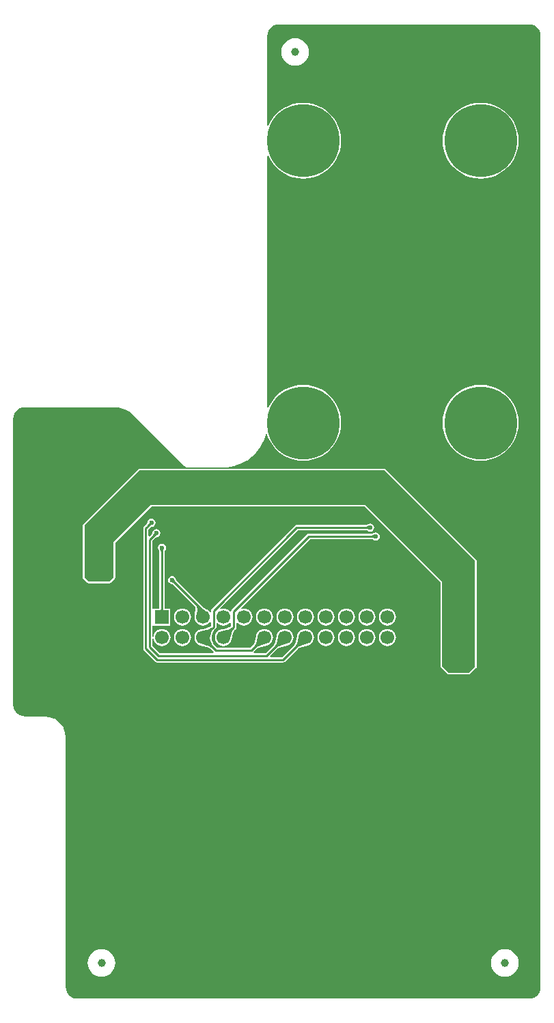
<source format=gbl>
G04 Layer_Physical_Order=2*
G04 Layer_Color=16711680*
%FSLAX44Y44*%
%MOMM*%
G71*
G01*
G75*
%ADD18C,1.0000*%
%ADD19C,0.2500*%
%ADD24C,1.7000*%
%ADD25R,1.7000X1.7000*%
%ADD26C,0.6000*%
%ADD27R,0.8000X2.0000*%
%ADD28R,1.0000X1.7000*%
%ADD29C,9.0000*%
G36*
X583195Y1213997D02*
X586229Y1212935D01*
X588951Y1211225D01*
X591224Y1208951D01*
X592935Y1206229D01*
X593997Y1203195D01*
X594392Y1199685D01*
X594392Y20315D01*
X593997Y16805D01*
X592935Y13771D01*
X591225Y11049D01*
X588951Y8775D01*
X586229Y7065D01*
X583195Y6003D01*
X579685Y5608D01*
X20315Y5608D01*
X16805Y6003D01*
X13771Y7065D01*
X11049Y8775D01*
X8775Y11049D01*
X7065Y13771D01*
X6003Y16805D01*
X5608Y20314D01*
X5608Y330000D01*
X5546Y330311D01*
X5573Y330628D01*
X5071Y335078D01*
X4880Y335679D01*
X4792Y336303D01*
X3312Y340530D01*
X2992Y341073D01*
X2768Y341661D01*
X385Y345453D01*
X-48Y345911D01*
X-398Y346435D01*
X-3565Y349602D01*
X-4089Y349952D01*
X-4547Y350385D01*
X-8339Y352768D01*
X-8928Y352992D01*
X-9470Y353312D01*
X-13697Y354792D01*
X-14321Y354880D01*
X-14922Y355071D01*
X-19372Y355573D01*
X-19689Y355546D01*
X-20000Y355608D01*
X-44685Y355608D01*
X-48195Y356003D01*
X-51229Y357065D01*
X-53951Y358775D01*
X-56225Y361049D01*
X-57935Y363771D01*
X-58997Y366805D01*
X-59392Y370315D01*
X-59392Y724685D01*
X-58997Y728195D01*
X-57935Y731229D01*
X-56225Y733951D01*
X-53951Y736225D01*
X-51229Y737935D01*
X-48195Y738997D01*
X-44685Y739392D01*
X65583D01*
X65896Y739455D01*
X70977Y739055D01*
X76238Y737792D01*
X81236Y735721D01*
X85849Y732894D01*
X89724Y729585D01*
X89902Y729319D01*
X153186Y666035D01*
X155005Y664819D01*
X157151Y664392D01*
X200000D01*
X200199Y664432D01*
X200400Y664407D01*
X207516Y664915D01*
X207905Y665022D01*
X208308Y665029D01*
X215279Y666546D01*
X215648Y666707D01*
X216046Y666771D01*
X222730Y669264D01*
X223074Y669476D01*
X223458Y669597D01*
X229720Y673016D01*
X230029Y673274D01*
X230393Y673448D01*
X236104Y677723D01*
X236373Y678023D01*
X236708Y678247D01*
X241753Y683292D01*
X241977Y683627D01*
X242277Y683896D01*
X246552Y689607D01*
X246726Y689971D01*
X246984Y690280D01*
X250403Y696542D01*
X250524Y696926D01*
X250736Y697270D01*
X253229Y703954D01*
X253293Y704352D01*
X253454Y704721D01*
X253750Y706080D01*
X255066Y706154D01*
X256485Y701974D01*
X259209Y696448D01*
X262632Y691326D01*
X266695Y686693D01*
X271327Y682631D01*
X276450Y679208D01*
X281975Y676483D01*
X287809Y674503D01*
X293852Y673301D01*
X300000Y672898D01*
X306148Y673301D01*
X312191Y674503D01*
X318025Y676483D01*
X323550Y679208D01*
X328673Y682631D01*
X333305Y686693D01*
X337368Y691326D01*
X340790Y696448D01*
X343516Y701974D01*
X345496Y707808D01*
X346698Y713851D01*
X347101Y719999D01*
X346698Y726147D01*
X345496Y732189D01*
X343516Y738024D01*
X340790Y743549D01*
X337368Y748672D01*
X333305Y753304D01*
X328673Y757366D01*
X323550Y760789D01*
X318025Y763514D01*
X312191Y765495D01*
X306148Y766697D01*
X300000Y767100D01*
X293852Y766697D01*
X287809Y765495D01*
X281975Y763514D01*
X276450Y760789D01*
X271327Y757366D01*
X266695Y753304D01*
X262632Y748672D01*
X259209Y743549D01*
X256878Y738821D01*
X255608Y739117D01*
X255608Y1050882D01*
X256878Y1051178D01*
X259209Y1046450D01*
X262632Y1041327D01*
X266695Y1036695D01*
X271327Y1032632D01*
X276450Y1029210D01*
X281975Y1026485D01*
X287809Y1024504D01*
X293852Y1023302D01*
X300000Y1022899D01*
X306148Y1023302D01*
X312191Y1024504D01*
X318025Y1026485D01*
X323550Y1029210D01*
X328673Y1032632D01*
X333305Y1036695D01*
X337368Y1041327D01*
X340790Y1046450D01*
X343516Y1051975D01*
X345496Y1057809D01*
X346698Y1063852D01*
X347101Y1070000D01*
X346698Y1076148D01*
X345496Y1082191D01*
X343516Y1088025D01*
X340790Y1093550D01*
X337368Y1098673D01*
X333305Y1103305D01*
X328673Y1107368D01*
X323550Y1110790D01*
X318025Y1113515D01*
X312191Y1115496D01*
X306148Y1116698D01*
X300000Y1117101D01*
X293852Y1116698D01*
X287809Y1115496D01*
X281975Y1113515D01*
X276450Y1110790D01*
X271327Y1107368D01*
X266695Y1103305D01*
X262632Y1098673D01*
X259209Y1093550D01*
X256878Y1088822D01*
X255608Y1089118D01*
Y1199685D01*
X256003Y1203195D01*
X257065Y1206229D01*
X258775Y1208951D01*
X261049Y1211225D01*
X263771Y1212935D01*
X266805Y1213997D01*
X270315Y1214392D01*
X579685D01*
X583195Y1213997D01*
D02*
G37*
%LPC*%
G36*
X252000Y489591D02*
X249259Y489230D01*
X246705Y488172D01*
X244511Y486489D01*
X242828Y484295D01*
X241770Y481741D01*
X241409Y479000D01*
X241770Y476259D01*
X242828Y473705D01*
X244511Y471511D01*
X246705Y469828D01*
X249259Y468770D01*
X252000Y468409D01*
X254741Y468770D01*
X257295Y469828D01*
X259489Y471511D01*
X261172Y473705D01*
X262230Y476259D01*
X262591Y479000D01*
X262230Y481741D01*
X261172Y484295D01*
X259489Y486489D01*
X257295Y488172D01*
X254741Y489230D01*
X252000Y489591D01*
D02*
G37*
G36*
X404400Y464191D02*
X401659Y463830D01*
X399105Y462772D01*
X396911Y461089D01*
X395228Y458895D01*
X394170Y456341D01*
X393809Y453600D01*
X394170Y450859D01*
X395228Y448305D01*
X396911Y446111D01*
X399105Y444428D01*
X401659Y443370D01*
X404400Y443009D01*
X407141Y443370D01*
X409695Y444428D01*
X411889Y446111D01*
X413572Y448305D01*
X414630Y450859D01*
X414991Y453600D01*
X414630Y456341D01*
X413572Y458895D01*
X411889Y461089D01*
X409695Y462772D01*
X407141Y463830D01*
X404400Y464191D01*
D02*
G37*
G36*
X150400Y489591D02*
X147659Y489230D01*
X145105Y488172D01*
X142911Y486489D01*
X141228Y484295D01*
X140170Y481741D01*
X139809Y479000D01*
X140170Y476259D01*
X141228Y473705D01*
X142911Y471511D01*
X145105Y469828D01*
X147659Y468770D01*
X150400Y468409D01*
X153141Y468770D01*
X155695Y469828D01*
X157889Y471511D01*
X159572Y473705D01*
X160630Y476259D01*
X160991Y479000D01*
X160630Y481741D01*
X159572Y484295D01*
X157889Y486489D01*
X155695Y488172D01*
X153141Y489230D01*
X150400Y489591D01*
D02*
G37*
G36*
X277400D02*
X274659Y489230D01*
X272105Y488172D01*
X269911Y486489D01*
X268228Y484295D01*
X267170Y481741D01*
X266809Y479000D01*
X267170Y476259D01*
X268228Y473705D01*
X269911Y471511D01*
X272105Y469828D01*
X274659Y468770D01*
X277400Y468409D01*
X280141Y468770D01*
X282695Y469828D01*
X284889Y471511D01*
X286572Y473705D01*
X287630Y476259D01*
X287991Y479000D01*
X287630Y481741D01*
X286572Y484295D01*
X284889Y486489D01*
X282695Y488172D01*
X280141Y489230D01*
X277400Y489591D01*
D02*
G37*
G36*
X353600D02*
X350859Y489230D01*
X348305Y488172D01*
X346111Y486489D01*
X344428Y484295D01*
X343370Y481741D01*
X343009Y479000D01*
X343370Y476259D01*
X344428Y473705D01*
X346111Y471511D01*
X348305Y469828D01*
X350859Y468770D01*
X353600Y468409D01*
X356341Y468770D01*
X358895Y469828D01*
X361089Y471511D01*
X362772Y473705D01*
X363830Y476259D01*
X364191Y479000D01*
X363830Y481741D01*
X362772Y484295D01*
X361089Y486489D01*
X358895Y488172D01*
X356341Y489230D01*
X353600Y489591D01*
D02*
G37*
G36*
X328200D02*
X325459Y489230D01*
X322905Y488172D01*
X320711Y486489D01*
X319028Y484295D01*
X317970Y481741D01*
X317609Y479000D01*
X317970Y476259D01*
X319028Y473705D01*
X320711Y471511D01*
X322905Y469828D01*
X325459Y468770D01*
X328200Y468409D01*
X330941Y468770D01*
X333495Y469828D01*
X335689Y471511D01*
X337372Y473705D01*
X338430Y476259D01*
X338791Y479000D01*
X338430Y481741D01*
X337372Y484295D01*
X335689Y486489D01*
X333495Y488172D01*
X330941Y489230D01*
X328200Y489591D01*
D02*
G37*
G36*
X302800D02*
X300059Y489230D01*
X297505Y488172D01*
X295311Y486489D01*
X293628Y484295D01*
X292570Y481741D01*
X292209Y479000D01*
X292570Y476259D01*
X293628Y473705D01*
X295311Y471511D01*
X297505Y469828D01*
X300059Y468770D01*
X302800Y468409D01*
X305541Y468770D01*
X308095Y469828D01*
X310289Y471511D01*
X311972Y473705D01*
X313030Y476259D01*
X313391Y479000D01*
X313030Y481741D01*
X311972Y484295D01*
X310289Y486489D01*
X308095Y488172D01*
X305541Y489230D01*
X302800Y489591D01*
D02*
G37*
G36*
X97000Y663039D02*
X96220Y662884D01*
X95558Y662442D01*
X95558Y662442D01*
X27558Y594442D01*
X27116Y593780D01*
X26961Y593000D01*
Y572000D01*
Y528000D01*
X26961Y528000D01*
X27116Y527220D01*
X27558Y526558D01*
X32558Y521558D01*
X33220Y521116D01*
X34000Y520961D01*
X60000D01*
X60780Y521116D01*
X61442Y521558D01*
X61442Y521558D01*
X66442Y526558D01*
X66884Y527220D01*
X67039Y528000D01*
Y529000D01*
X67039Y571155D01*
X111845Y615961D01*
X376156Y615961D01*
X469961Y522155D01*
X469961Y418583D01*
X469961Y418583D01*
X470116Y417803D01*
X470558Y417141D01*
X470558Y417141D01*
X479141Y408558D01*
X479141Y408558D01*
X479803Y408116D01*
X480583Y407961D01*
X505583D01*
X506363Y408116D01*
X507025Y408558D01*
X507025Y408558D01*
X514442Y415975D01*
X514884Y416637D01*
X515039Y417417D01*
X515039Y549000D01*
X515039Y549000D01*
X514884Y549780D01*
X514442Y550442D01*
X514442Y550442D01*
X402442Y662442D01*
X401780Y662884D01*
X401000Y663039D01*
X326492Y663039D01*
X326295Y663000D01*
X326094D01*
X326000Y662981D01*
X325906Y663000D01*
X325705D01*
X325508Y663039D01*
X226492Y663039D01*
X226295Y663000D01*
X226094D01*
X226000Y662981D01*
X225906Y663000D01*
X225705D01*
X225508Y663039D01*
X97000Y663039D01*
X97000Y663039D01*
D02*
G37*
G36*
X550000Y67082D02*
X546667Y66754D01*
X543463Y65782D01*
X540510Y64203D01*
X537921Y62079D01*
X535797Y59490D01*
X534218Y56537D01*
X533246Y53333D01*
X532918Y50000D01*
X533246Y46667D01*
X534218Y43463D01*
X535797Y40510D01*
X537921Y37921D01*
X540510Y35797D01*
X543463Y34218D01*
X546667Y33246D01*
X550000Y32918D01*
X553333Y33246D01*
X556537Y34218D01*
X559490Y35797D01*
X562079Y37921D01*
X564203Y40510D01*
X565782Y43463D01*
X566754Y46667D01*
X567082Y50000D01*
X566754Y53333D01*
X565782Y56537D01*
X564203Y59490D01*
X562079Y62079D01*
X559490Y64203D01*
X556537Y65782D01*
X553333Y66754D01*
X550000Y67082D01*
D02*
G37*
G36*
X50000D02*
X46667Y66754D01*
X43463Y65782D01*
X40510Y64203D01*
X37921Y62079D01*
X35797Y59490D01*
X34218Y56537D01*
X33246Y53333D01*
X32918Y50000D01*
X33246Y46667D01*
X34218Y43463D01*
X35797Y40510D01*
X37921Y37921D01*
X40510Y35797D01*
X43463Y34218D01*
X46667Y33246D01*
X50000Y32918D01*
X53333Y33246D01*
X56537Y34218D01*
X59490Y35797D01*
X62079Y37921D01*
X64203Y40510D01*
X65782Y43463D01*
X66754Y46667D01*
X67082Y50000D01*
X66754Y53333D01*
X65782Y56537D01*
X64203Y59490D01*
X62079Y62079D01*
X59490Y64203D01*
X56537Y65782D01*
X53333Y66754D01*
X50000Y67082D01*
D02*
G37*
G36*
X150400Y464191D02*
X147659Y463830D01*
X145105Y462772D01*
X142911Y461089D01*
X141228Y458895D01*
X140170Y456341D01*
X139809Y453600D01*
X140170Y450859D01*
X141228Y448305D01*
X142911Y446111D01*
X145105Y444428D01*
X147659Y443370D01*
X150400Y443009D01*
X153141Y443370D01*
X155695Y444428D01*
X157889Y446111D01*
X159572Y448305D01*
X160630Y450859D01*
X160991Y453600D01*
X160630Y456341D01*
X159572Y458895D01*
X157889Y461089D01*
X155695Y462772D01*
X153141Y463830D01*
X150400Y464191D01*
D02*
G37*
G36*
X379000D02*
X376259Y463830D01*
X373705Y462772D01*
X371511Y461089D01*
X369828Y458895D01*
X368770Y456341D01*
X368409Y453600D01*
X368770Y450859D01*
X369828Y448305D01*
X371511Y446111D01*
X373705Y444428D01*
X376259Y443370D01*
X379000Y443009D01*
X381741Y443370D01*
X384295Y444428D01*
X386489Y446111D01*
X388172Y448305D01*
X389230Y450859D01*
X389591Y453600D01*
X389230Y456341D01*
X388172Y458895D01*
X386489Y461089D01*
X384295Y462772D01*
X381741Y463830D01*
X379000Y464191D01*
D02*
G37*
G36*
X353600D02*
X350859Y463830D01*
X348305Y462772D01*
X346111Y461089D01*
X344428Y458895D01*
X343370Y456341D01*
X343009Y453600D01*
X343370Y450859D01*
X344428Y448305D01*
X346111Y446111D01*
X348305Y444428D01*
X350859Y443370D01*
X353600Y443009D01*
X356341Y443370D01*
X358895Y444428D01*
X361089Y446111D01*
X362772Y448305D01*
X363830Y450859D01*
X364191Y453600D01*
X363830Y456341D01*
X362772Y458895D01*
X361089Y461089D01*
X358895Y462772D01*
X356341Y463830D01*
X353600Y464191D01*
D02*
G37*
G36*
X328200D02*
X325459Y463830D01*
X322905Y462772D01*
X320711Y461089D01*
X319028Y458895D01*
X317970Y456341D01*
X317609Y453600D01*
X317970Y450859D01*
X319028Y448305D01*
X320711Y446111D01*
X322905Y444428D01*
X325459Y443370D01*
X328200Y443009D01*
X330941Y443370D01*
X333495Y444428D01*
X335689Y446111D01*
X337372Y448305D01*
X338430Y450859D01*
X338791Y453600D01*
X338430Y456341D01*
X337372Y458895D01*
X335689Y461089D01*
X333495Y462772D01*
X330941Y463830D01*
X328200Y464191D01*
D02*
G37*
G36*
X520000Y767101D02*
X513852Y766698D01*
X507809Y765496D01*
X501975Y763515D01*
X496450Y760790D01*
X491327Y757368D01*
X486695Y753305D01*
X482632Y748673D01*
X479210Y743550D01*
X476484Y738025D01*
X474504Y732191D01*
X473302Y726148D01*
X472899Y720000D01*
X473302Y713852D01*
X474504Y707809D01*
X476484Y701975D01*
X479210Y696450D01*
X482632Y691327D01*
X486695Y686695D01*
X491327Y682632D01*
X496450Y679210D01*
X501975Y676485D01*
X507809Y674504D01*
X513852Y673302D01*
X520000Y672899D01*
X526148Y673302D01*
X532191Y674504D01*
X538025Y676485D01*
X543550Y679210D01*
X548673Y682632D01*
X553305Y686695D01*
X557368Y691327D01*
X560790Y696450D01*
X563516Y701975D01*
X565496Y707809D01*
X566698Y713852D01*
X567101Y720000D01*
X566698Y726148D01*
X565496Y732191D01*
X563516Y738025D01*
X560790Y743550D01*
X557368Y748673D01*
X553305Y753305D01*
X548673Y757368D01*
X543550Y760790D01*
X538025Y763515D01*
X532191Y765496D01*
X526148Y766698D01*
X520000Y767101D01*
D02*
G37*
G36*
X112000Y601098D02*
X110049Y600710D01*
X108395Y599605D01*
X107290Y597951D01*
X107082Y596906D01*
X107015Y596731D01*
X106966Y596445D01*
X106913Y596236D01*
X106841Y596021D01*
X106747Y595798D01*
X106629Y595567D01*
X106486Y595326D01*
X106331Y595099D01*
X105965Y594651D01*
X102657Y591343D01*
X101939Y590268D01*
X101686Y589000D01*
Y440000D01*
X101939Y438732D01*
X102657Y437657D01*
X116657Y423657D01*
X117732Y422939D01*
X119000Y422686D01*
X275200D01*
X276468Y422939D01*
X277543Y423657D01*
X293444Y439558D01*
X293710Y439795D01*
X294366Y440264D01*
X295147Y440721D01*
X296027Y441144D01*
X298286Y441963D01*
X299528Y442302D01*
X302520Y442909D01*
X304192Y443153D01*
X304367Y443216D01*
X305541Y443370D01*
X308095Y444428D01*
X310289Y446111D01*
X311972Y448305D01*
X313030Y450859D01*
X313391Y453600D01*
X313030Y456341D01*
X311972Y458895D01*
X310289Y461089D01*
X308095Y462772D01*
X305541Y463830D01*
X302800Y464191D01*
X300059Y463830D01*
X297505Y462772D01*
X295311Y461089D01*
X293628Y458895D01*
X292570Y456341D01*
X292416Y455167D01*
X292353Y454992D01*
X292106Y453301D01*
X291829Y451785D01*
X291148Y449034D01*
X290771Y447893D01*
X290358Y446856D01*
X289921Y445947D01*
X289464Y445166D01*
X288995Y444510D01*
X288757Y444244D01*
X273827Y429314D01*
X259459D01*
X258973Y430487D01*
X268044Y439558D01*
X268310Y439795D01*
X268966Y440264D01*
X269747Y440721D01*
X270627Y441144D01*
X272886Y441963D01*
X274128Y442302D01*
X277120Y442909D01*
X278792Y443153D01*
X278967Y443216D01*
X280141Y443370D01*
X282695Y444428D01*
X284889Y446111D01*
X286572Y448305D01*
X287630Y450859D01*
X287991Y453600D01*
X287630Y456341D01*
X286572Y458895D01*
X284889Y461089D01*
X282695Y462772D01*
X280141Y463830D01*
X277400Y464191D01*
X274659Y463830D01*
X272105Y462772D01*
X269911Y461089D01*
X268228Y458895D01*
X267170Y456341D01*
X267016Y455167D01*
X266953Y454992D01*
X266706Y453301D01*
X266429Y451785D01*
X265748Y449034D01*
X265371Y447893D01*
X264958Y446856D01*
X264521Y445947D01*
X264064Y445166D01*
X263595Y444510D01*
X263358Y444244D01*
X253428Y434314D01*
X239196D01*
X238670Y435584D01*
X242644Y439558D01*
X242910Y439795D01*
X243566Y440264D01*
X244347Y440721D01*
X245227Y441144D01*
X247486Y441963D01*
X248728Y442302D01*
X251720Y442909D01*
X253392Y443153D01*
X253567Y443216D01*
X254741Y443370D01*
X257295Y444428D01*
X259489Y446111D01*
X261172Y448305D01*
X262230Y450859D01*
X262591Y453600D01*
X262230Y456341D01*
X261172Y458895D01*
X259489Y461089D01*
X257295Y462772D01*
X254741Y463830D01*
X252000Y464191D01*
X249259Y463830D01*
X246705Y462772D01*
X244511Y461089D01*
X242828Y458895D01*
X241770Y456341D01*
X241616Y455167D01*
X241553Y454992D01*
X241306Y453301D01*
X241029Y451785D01*
X240348Y449034D01*
X239971Y447893D01*
X239558Y446856D01*
X239121Y445947D01*
X238664Y445166D01*
X238195Y444510D01*
X237957Y444244D01*
X234527Y440814D01*
X193273D01*
X189842Y444244D01*
X189605Y444510D01*
X189136Y445166D01*
X188679Y445947D01*
X188256Y446827D01*
X187437Y449086D01*
X187098Y450327D01*
X186492Y453320D01*
X186451Y453600D01*
X186494Y453899D01*
X186771Y455415D01*
X187452Y458166D01*
X187829Y459307D01*
X188242Y460344D01*
X188679Y461253D01*
X189136Y462034D01*
X189605Y462690D01*
X189842Y462956D01*
X191343Y464457D01*
X192061Y465532D01*
X192314Y466800D01*
Y471357D01*
X193516Y471766D01*
X193711Y471511D01*
X195905Y469828D01*
X198459Y468770D01*
X201200Y468409D01*
X203941Y468770D01*
X206495Y469828D01*
X208689Y471511D01*
X209416Y472460D01*
X210686Y472029D01*
Y467772D01*
X210556Y467642D01*
X210290Y467405D01*
X209634Y466936D01*
X208853Y466479D01*
X207973Y466055D01*
X205714Y465237D01*
X204472Y464898D01*
X201480Y464291D01*
X199808Y464047D01*
X199633Y463984D01*
X198459Y463830D01*
X195905Y462772D01*
X193711Y461089D01*
X192028Y458895D01*
X190970Y456341D01*
X190609Y453600D01*
X190970Y450859D01*
X192028Y448305D01*
X193711Y446111D01*
X195905Y444428D01*
X198459Y443370D01*
X201200Y443009D01*
X203941Y443370D01*
X206495Y444428D01*
X208689Y446111D01*
X210372Y448305D01*
X211430Y450859D01*
X211584Y452033D01*
X211647Y452208D01*
X211894Y453899D01*
X212171Y455415D01*
X212852Y458166D01*
X213229Y459307D01*
X213642Y460344D01*
X214079Y461253D01*
X214536Y462034D01*
X215005Y462690D01*
X215242Y462956D01*
X216343Y464057D01*
X217061Y465132D01*
X217314Y466400D01*
Y471768D01*
X218584Y472199D01*
X219111Y471511D01*
X221305Y469828D01*
X223859Y468770D01*
X226600Y468409D01*
X229341Y468770D01*
X231895Y469828D01*
X234089Y471511D01*
X235772Y473705D01*
X236830Y476259D01*
X237191Y479000D01*
X236830Y481741D01*
X235772Y484295D01*
X234089Y486489D01*
X231895Y488172D01*
X229341Y489230D01*
X226600Y489591D01*
X223859Y489230D01*
X223608Y489126D01*
X222889Y490202D01*
X308373Y575686D01*
X384853D01*
X385001Y575675D01*
X385326Y575634D01*
X385624Y575578D01*
X385896Y575509D01*
X386143Y575428D01*
X386367Y575337D01*
X386570Y575236D01*
X386755Y575126D01*
X386992Y574958D01*
X387164Y574882D01*
X388049Y574290D01*
X390000Y573902D01*
X391951Y574290D01*
X393605Y575395D01*
X394710Y577049D01*
X395098Y579000D01*
X394710Y580951D01*
X393605Y582605D01*
X391951Y583710D01*
X390000Y584098D01*
X388049Y583710D01*
X387164Y583118D01*
X386992Y583042D01*
X386755Y582874D01*
X386570Y582764D01*
X386367Y582663D01*
X386143Y582572D01*
X385896Y582491D01*
X385624Y582422D01*
X385354Y582372D01*
X384779Y582314D01*
X307000D01*
X305732Y582061D01*
X304657Y581343D01*
X211657Y488343D01*
X210939Y487268D01*
X210686Y486000D01*
Y485971D01*
X209416Y485540D01*
X208689Y486489D01*
X206495Y488172D01*
X203941Y489230D01*
X201200Y489591D01*
X198459Y489230D01*
X197184Y488702D01*
X196464Y489778D01*
X293373Y586686D01*
X377853D01*
X378002Y586675D01*
X378326Y586634D01*
X378623Y586577D01*
X378895Y586508D01*
X379142Y586428D01*
X379366Y586337D01*
X379569Y586236D01*
X379755Y586126D01*
X379991Y585958D01*
X380163Y585881D01*
X381049Y585289D01*
X383000Y584901D01*
X384951Y585289D01*
X386605Y586394D01*
X387710Y588048D01*
X388098Y589999D01*
X387710Y591950D01*
X386605Y593604D01*
X384951Y594709D01*
X383000Y595097D01*
X381049Y594709D01*
X380165Y594118D01*
X379993Y594041D01*
X379757Y593874D01*
X379571Y593764D01*
X379368Y593663D01*
X379144Y593572D01*
X378897Y593491D01*
X378625Y593422D01*
X378355Y593372D01*
X377780Y593314D01*
X292000D01*
X290732Y593061D01*
X289657Y592343D01*
X186657Y489343D01*
X185939Y488268D01*
X185686Y487000D01*
Y485450D01*
X184416Y485019D01*
X183289Y486489D01*
X181095Y488172D01*
X180673Y488346D01*
X179959Y488744D01*
X177337Y490503D01*
X176473Y491170D01*
X172538Y494648D01*
X143483Y523703D01*
X143385Y523817D01*
X143185Y524075D01*
X143014Y524326D01*
X142871Y524567D01*
X142753Y524798D01*
X142659Y525021D01*
X142587Y525236D01*
X142534Y525445D01*
X142485Y525731D01*
X142418Y525906D01*
X142210Y526951D01*
X141105Y528605D01*
X139451Y529710D01*
X137500Y530098D01*
X135549Y529710D01*
X133895Y528605D01*
X132790Y526951D01*
X132402Y525000D01*
X132790Y523049D01*
X133895Y521395D01*
X135549Y520290D01*
X136594Y520082D01*
X136769Y520015D01*
X137055Y519966D01*
X137264Y519913D01*
X137479Y519841D01*
X137702Y519747D01*
X137933Y519629D01*
X138174Y519486D01*
X138401Y519331D01*
X138849Y518965D01*
X166095Y491719D01*
X166150Y491646D01*
X166285Y491343D01*
X166425Y490796D01*
X166524Y490016D01*
X166558Y489020D01*
X166517Y487868D01*
X165873Y483091D01*
X165631Y481889D01*
X165570Y481741D01*
X165511Y481288D01*
X165490Y481184D01*
X165490Y481128D01*
X165209Y479000D01*
X165570Y476259D01*
X166628Y473705D01*
X168311Y471511D01*
X170505Y469828D01*
X173059Y468770D01*
X175800Y468409D01*
X178541Y468770D01*
X181095Y469828D01*
X183289Y471511D01*
X184416Y472981D01*
X185686Y472550D01*
Y468172D01*
X185156Y467642D01*
X184890Y467405D01*
X184234Y466936D01*
X183453Y466479D01*
X182573Y466055D01*
X180314Y465237D01*
X179072Y464898D01*
X176080Y464291D01*
X174408Y464047D01*
X174233Y463984D01*
X173059Y463830D01*
X170505Y462772D01*
X168311Y461089D01*
X166628Y458895D01*
X165570Y456341D01*
X165209Y453600D01*
X165570Y450859D01*
X166628Y448305D01*
X168311Y446111D01*
X170505Y444428D01*
X173059Y443370D01*
X174233Y443216D01*
X174408Y443153D01*
X176099Y442906D01*
X177615Y442629D01*
X180366Y441948D01*
X181507Y441571D01*
X182544Y441158D01*
X183453Y440721D01*
X184234Y440264D01*
X184890Y439795D01*
X185156Y439557D01*
X189130Y435584D01*
X188604Y434314D01*
X122373D01*
X113314Y443372D01*
Y452193D01*
X114584Y452277D01*
X114770Y450859D01*
X115828Y448305D01*
X117511Y446111D01*
X119705Y444428D01*
X122259Y443370D01*
X125000Y443009D01*
X127741Y443370D01*
X130295Y444428D01*
X132489Y446111D01*
X134172Y448305D01*
X135230Y450859D01*
X135591Y453600D01*
X135230Y456341D01*
X134172Y458895D01*
X132489Y461089D01*
X130295Y462772D01*
X127741Y463830D01*
X125000Y464191D01*
X122259Y463830D01*
X119705Y462772D01*
X117511Y461089D01*
X115828Y458895D01*
X114770Y456341D01*
X114584Y454923D01*
X113314Y455007D01*
Y468298D01*
X114500Y468500D01*
X114584Y468500D01*
X135500D01*
Y489500D01*
X128314D01*
Y559853D01*
X128325Y560001D01*
X128366Y560326D01*
X128422Y560624D01*
X128491Y560896D01*
X128572Y561143D01*
X128663Y561367D01*
X128764Y561570D01*
X128874Y561755D01*
X129042Y561992D01*
X129118Y562164D01*
X129710Y563049D01*
X130098Y565000D01*
X129710Y566951D01*
X128605Y568605D01*
X126951Y569710D01*
X125000Y570098D01*
X123049Y569710D01*
X121395Y568605D01*
X120290Y566951D01*
X119902Y565000D01*
X120290Y563049D01*
X120882Y562164D01*
X120958Y561992D01*
X121126Y561755D01*
X121236Y561570D01*
X121337Y561367D01*
X121428Y561143D01*
X121509Y560896D01*
X121578Y560624D01*
X121628Y560354D01*
X121686Y559779D01*
Y490398D01*
X120788Y489500D01*
X114584D01*
X114500Y489500D01*
X113314Y489702D01*
Y573628D01*
X116704Y577017D01*
X116817Y577115D01*
X117075Y577315D01*
X117326Y577486D01*
X117567Y577629D01*
X117798Y577747D01*
X118021Y577841D01*
X118236Y577913D01*
X118445Y577966D01*
X118731Y578015D01*
X118906Y578082D01*
X119951Y578290D01*
X121605Y579395D01*
X122710Y581049D01*
X123098Y583000D01*
X122710Y584951D01*
X121605Y586605D01*
X119951Y587710D01*
X118000Y588098D01*
X116049Y587710D01*
X114395Y586605D01*
X113290Y584951D01*
X113082Y583906D01*
X113015Y583731D01*
X112966Y583445D01*
X112913Y583236D01*
X112841Y583021D01*
X112747Y582798D01*
X112629Y582567D01*
X112486Y582326D01*
X112331Y582099D01*
X111965Y581651D01*
X109487Y579173D01*
X108314Y579659D01*
Y587627D01*
X110704Y590017D01*
X110817Y590115D01*
X111075Y590315D01*
X111326Y590486D01*
X111567Y590629D01*
X111798Y590747D01*
X112021Y590841D01*
X112236Y590913D01*
X112445Y590966D01*
X112731Y591015D01*
X112906Y591082D01*
X113951Y591290D01*
X115605Y592395D01*
X116710Y594049D01*
X117098Y596000D01*
X116710Y597951D01*
X115605Y599605D01*
X113951Y600710D01*
X112000Y601098D01*
D02*
G37*
G36*
X290000Y1197082D02*
X286667Y1196754D01*
X283463Y1195782D01*
X280510Y1194203D01*
X277921Y1192079D01*
X275797Y1189490D01*
X274218Y1186537D01*
X273246Y1183333D01*
X272918Y1180000D01*
X273246Y1176667D01*
X274218Y1173463D01*
X275797Y1170510D01*
X277921Y1167921D01*
X280510Y1165797D01*
X283463Y1164218D01*
X286667Y1163246D01*
X290000Y1162918D01*
X293333Y1163246D01*
X296537Y1164218D01*
X299490Y1165797D01*
X302079Y1167921D01*
X304203Y1170510D01*
X305782Y1173463D01*
X306754Y1176667D01*
X307082Y1180000D01*
X306754Y1183333D01*
X305782Y1186537D01*
X304203Y1189490D01*
X302079Y1192079D01*
X299490Y1194203D01*
X296537Y1195782D01*
X293333Y1196754D01*
X290000Y1197082D01*
D02*
G37*
G36*
X520000Y1117101D02*
X513852Y1116698D01*
X507809Y1115496D01*
X501975Y1113515D01*
X496450Y1110790D01*
X491327Y1107368D01*
X486695Y1103305D01*
X482632Y1098673D01*
X479210Y1093550D01*
X476484Y1088025D01*
X474504Y1082191D01*
X473302Y1076148D01*
X472899Y1070000D01*
X473302Y1063852D01*
X474504Y1057809D01*
X476484Y1051975D01*
X479210Y1046450D01*
X482632Y1041327D01*
X486695Y1036695D01*
X491327Y1032632D01*
X496450Y1029210D01*
X501975Y1026485D01*
X507809Y1024504D01*
X513852Y1023302D01*
X520000Y1022899D01*
X526148Y1023302D01*
X532191Y1024504D01*
X538025Y1026485D01*
X543550Y1029210D01*
X548673Y1032632D01*
X553305Y1036695D01*
X557368Y1041327D01*
X560790Y1046450D01*
X563516Y1051975D01*
X565496Y1057809D01*
X566698Y1063852D01*
X567101Y1070000D01*
X566698Y1076148D01*
X565496Y1082191D01*
X563516Y1088025D01*
X560790Y1093550D01*
X557368Y1098673D01*
X553305Y1103305D01*
X548673Y1107368D01*
X543550Y1110790D01*
X538025Y1113515D01*
X532191Y1115496D01*
X526148Y1116698D01*
X520000Y1117101D01*
D02*
G37*
G36*
X404400Y489591D02*
X401659Y489230D01*
X399105Y488172D01*
X396911Y486489D01*
X395228Y484295D01*
X394170Y481741D01*
X393809Y479000D01*
X394170Y476259D01*
X395228Y473705D01*
X396911Y471511D01*
X399105Y469828D01*
X401659Y468770D01*
X404400Y468409D01*
X407141Y468770D01*
X409695Y469828D01*
X411889Y471511D01*
X413572Y473705D01*
X414630Y476259D01*
X414991Y479000D01*
X414630Y481741D01*
X413572Y484295D01*
X411889Y486489D01*
X409695Y488172D01*
X407141Y489230D01*
X404400Y489591D01*
D02*
G37*
G36*
X379000D02*
X376259Y489230D01*
X373705Y488172D01*
X371511Y486489D01*
X369828Y484295D01*
X368770Y481741D01*
X368409Y479000D01*
X368770Y476259D01*
X369828Y473705D01*
X371511Y471511D01*
X373705Y469828D01*
X376259Y468770D01*
X379000Y468409D01*
X381741Y468770D01*
X384295Y469828D01*
X386489Y471511D01*
X388172Y473705D01*
X389230Y476259D01*
X389591Y479000D01*
X389230Y481741D01*
X388172Y484295D01*
X386489Y486489D01*
X384295Y488172D01*
X381741Y489230D01*
X379000Y489591D01*
D02*
G37*
%LPD*%
G36*
X253096Y445171D02*
X251369Y444918D01*
X248256Y444287D01*
X246869Y443909D01*
X244436Y443027D01*
X243389Y442523D01*
X242455Y441977D01*
X241635Y441390D01*
X240928Y440761D01*
X239161Y442528D01*
X239790Y443235D01*
X240377Y444055D01*
X240923Y444989D01*
X241427Y446035D01*
X241889Y447196D01*
X242309Y448469D01*
X243023Y451356D01*
X243318Y452970D01*
X243571Y454696D01*
X253096Y445171D01*
D02*
G37*
G36*
X278496D02*
X276770Y444918D01*
X273656Y444287D01*
X272269Y443909D01*
X269835Y443027D01*
X268789Y442523D01*
X267855Y441977D01*
X267035Y441390D01*
X266328Y440761D01*
X264561Y442528D01*
X265190Y443235D01*
X265777Y444055D01*
X266323Y444989D01*
X266826Y446035D01*
X267288Y447196D01*
X267709Y448469D01*
X268423Y451356D01*
X268718Y452970D01*
X268971Y454696D01*
X278496Y445171D01*
D02*
G37*
G36*
X303896D02*
X302169Y444918D01*
X299056Y444287D01*
X297669Y443909D01*
X295236Y443027D01*
X294189Y442523D01*
X293255Y441977D01*
X292435Y441390D01*
X291728Y440761D01*
X289961Y442528D01*
X290590Y443235D01*
X291177Y444055D01*
X291723Y444989D01*
X292227Y446035D01*
X292689Y447196D01*
X293109Y448469D01*
X293823Y451356D01*
X294118Y452970D01*
X294371Y454696D01*
X303896Y445171D01*
D02*
G37*
G36*
X171016Y493272D02*
X175173Y489597D01*
X176144Y488848D01*
X178894Y487003D01*
X179755Y486524D01*
X167489Y480782D01*
X167885Y482753D01*
X168551Y487695D01*
X168599Y489018D01*
X168559Y490179D01*
X168432Y491179D01*
X168218Y492016D01*
X167917Y492691D01*
X167528Y493204D01*
X169908Y494360D01*
X171016Y493272D01*
D02*
G37*
G36*
X225508Y661000D02*
X226000Y660902D01*
X226492Y661000D01*
X325508Y661000D01*
X326000Y660902D01*
X326492Y661000D01*
X401000Y661000D01*
X513000Y549000D01*
X513000Y417417D01*
X505583Y410000D01*
X480583D01*
X472000Y418583D01*
X472000Y523000D01*
X377000Y618000D01*
X111000Y618000D01*
X65000Y572000D01*
X65000Y529000D01*
Y528000D01*
X60000Y523000D01*
X34000D01*
X29000Y528000D01*
Y572000D01*
Y593000D01*
X97000Y661000D01*
X225508Y661000D01*
D02*
G37*
G36*
X188639Y464672D02*
X188010Y463965D01*
X187423Y463145D01*
X186877Y462211D01*
X186374Y461165D01*
X185912Y460004D01*
X185491Y458731D01*
X184777Y455844D01*
X184482Y454230D01*
X184390Y453600D01*
X184482Y452970D01*
X185113Y449856D01*
X185491Y448469D01*
X186374Y446035D01*
X186877Y444989D01*
X187423Y444055D01*
X188010Y443235D01*
X188639Y442528D01*
X186872Y440761D01*
X186165Y441390D01*
X185345Y441977D01*
X184411Y442523D01*
X183365Y443027D01*
X182204Y443489D01*
X180931Y443909D01*
X178044Y444623D01*
X176430Y444918D01*
X174704Y445171D01*
X183133Y453600D01*
X174704Y462029D01*
X176430Y462282D01*
X179544Y462913D01*
X180931Y463291D01*
X183365Y464173D01*
X184411Y464677D01*
X185345Y465223D01*
X186165Y465810D01*
X186872Y466439D01*
X188639Y464672D01*
D02*
G37*
G36*
X214039D02*
X213410Y463965D01*
X212823Y463145D01*
X212277Y462211D01*
X211773Y461165D01*
X211311Y460004D01*
X210891Y458731D01*
X210177Y455844D01*
X209882Y454230D01*
X209629Y452504D01*
X200104Y462029D01*
X201831Y462282D01*
X204944Y462913D01*
X206331Y463291D01*
X208764Y464173D01*
X209811Y464677D01*
X210745Y465223D01*
X211565Y465810D01*
X212272Y466439D01*
X214039Y464672D01*
D02*
G37*
G36*
X388170Y576623D02*
X387867Y576837D01*
X387546Y577029D01*
X387204Y577198D01*
X386844Y577344D01*
X386464Y577468D01*
X386064Y577570D01*
X385645Y577649D01*
X385207Y577705D01*
X384750Y577739D01*
X384273Y577750D01*
Y580250D01*
X384750Y580261D01*
X385645Y580351D01*
X386064Y580430D01*
X386464Y580532D01*
X386844Y580656D01*
X387204Y580802D01*
X387546Y580971D01*
X387867Y581163D01*
X388170Y581377D01*
Y576623D01*
D02*
G37*
G36*
X140537Y525022D02*
X140630Y524658D01*
X140751Y524298D01*
X140903Y523939D01*
X141084Y523582D01*
X141294Y523228D01*
X141535Y522876D01*
X141805Y522527D01*
X142104Y522179D01*
X142434Y521834D01*
X140666Y520066D01*
X140321Y520396D01*
X139624Y520965D01*
X139272Y521205D01*
X138918Y521416D01*
X138561Y521597D01*
X138202Y521749D01*
X137842Y521870D01*
X137478Y521963D01*
X137113Y522025D01*
X140475Y525387D01*
X140537Y525022D01*
D02*
G37*
G36*
X127163Y562868D02*
X126971Y562546D01*
X126802Y562204D01*
X126656Y561844D01*
X126532Y561464D01*
X126430Y561064D01*
X126351Y560645D01*
X126295Y560207D01*
X126261Y559750D01*
X126250Y559273D01*
X123750D01*
X123739Y559750D01*
X123649Y560645D01*
X123570Y561064D01*
X123468Y561464D01*
X123344Y561844D01*
X123198Y562204D01*
X123029Y562546D01*
X122837Y562868D01*
X122623Y563170D01*
X127377D01*
X127163Y562868D01*
D02*
G37*
G36*
X381170Y587622D02*
X380867Y587836D01*
X380545Y588028D01*
X380204Y588197D01*
X379843Y588344D01*
X379463Y588468D01*
X379064Y588569D01*
X378645Y588648D01*
X378207Y588705D01*
X377749Y588739D01*
X377273Y588750D01*
X377274Y591250D01*
X377751Y591261D01*
X378647Y591351D01*
X379065Y591430D01*
X379465Y591532D01*
X379845Y591656D01*
X380205Y591802D01*
X380547Y591971D01*
X380868Y592162D01*
X381171Y592376D01*
X381170Y587622D01*
D02*
G37*
G36*
X112387Y593025D02*
X112022Y592963D01*
X111658Y592870D01*
X111298Y592749D01*
X110939Y592597D01*
X110583Y592416D01*
X110228Y592206D01*
X109876Y591965D01*
X109527Y591695D01*
X109179Y591396D01*
X108834Y591066D01*
X107066Y592834D01*
X107396Y593179D01*
X107965Y593876D01*
X108205Y594228D01*
X108416Y594582D01*
X108597Y594939D01*
X108749Y595298D01*
X108870Y595658D01*
X108963Y596022D01*
X109025Y596387D01*
X112387Y593025D01*
D02*
G37*
G36*
X118387Y580025D02*
X118022Y579963D01*
X117658Y579870D01*
X117298Y579749D01*
X116939Y579597D01*
X116582Y579416D01*
X116228Y579206D01*
X115876Y578965D01*
X115527Y578695D01*
X115179Y578396D01*
X114834Y578066D01*
X113066Y579834D01*
X113396Y580179D01*
X113965Y580876D01*
X114206Y581228D01*
X114416Y581582D01*
X114597Y581939D01*
X114749Y582298D01*
X114870Y582658D01*
X114963Y583022D01*
X115025Y583387D01*
X118387Y580025D01*
D02*
G37*
G36*
X126263Y489489D02*
X126300Y489058D01*
X126362Y488679D01*
X126450Y488350D01*
X126562Y488072D01*
X126700Y487844D01*
X126862Y487667D01*
X127050Y487540D01*
X127262Y487464D01*
X127500Y487439D01*
X122500D01*
X122738Y487464D01*
X122950Y487540D01*
X123138Y487667D01*
X123300Y487844D01*
X123438Y488072D01*
X123550Y488350D01*
X123638Y488679D01*
X123700Y489058D01*
X123737Y489489D01*
X123750Y489969D01*
X126250D01*
X126263Y489489D01*
D02*
G37*
D18*
X290000Y1180000D02*
D03*
X550000Y50000D02*
D03*
X50000D02*
D03*
D19*
X235900Y437500D02*
X252000Y453600D01*
X191900Y437500D02*
X235900D01*
X175800Y453600D02*
X191900Y437500D01*
X275200Y426000D02*
X302800Y453600D01*
X119000Y426000D02*
X275200D01*
X105000Y440000D02*
X119000Y426000D01*
X105000Y589000D02*
X112000Y596000D01*
X110000Y575000D02*
X118000Y583000D01*
X110000Y442000D02*
X121000Y431000D01*
X254800D01*
X277400Y453600D01*
X292000Y590000D02*
X382999D01*
X189000Y466800D02*
Y487000D01*
X382999Y590000D02*
X383000Y589999D01*
X175800Y453600D02*
X189000Y466800D01*
X214000Y466400D02*
Y486000D01*
X201200Y453600D02*
X214000Y466400D01*
X110000Y442000D02*
Y575000D01*
X105000Y440000D02*
Y589000D01*
X137500Y525000D02*
X175800Y486700D01*
Y479000D02*
Y486700D01*
X307000Y579000D02*
X390000D01*
X214000Y486000D02*
X307000Y579000D01*
X189000Y487000D02*
X292000Y590000D01*
X125000Y479000D02*
Y565000D01*
D24*
X277400Y453600D02*
D03*
Y479000D02*
D03*
X252000Y453600D02*
D03*
Y479000D02*
D03*
X226600D02*
D03*
X201200D02*
D03*
X175800D02*
D03*
X150400D02*
D03*
X125000Y453600D02*
D03*
X150400D02*
D03*
X175800D02*
D03*
X201200D02*
D03*
X226600D02*
D03*
X302800Y479000D02*
D03*
X328200D02*
D03*
X353600D02*
D03*
X302800Y453600D02*
D03*
X328200D02*
D03*
X353600D02*
D03*
X404400D02*
D03*
X379000D02*
D03*
X404400Y479000D02*
D03*
X379000D02*
D03*
D25*
X125000D02*
D03*
D26*
X165583Y559000D02*
D03*
Y534000D02*
D03*
X190583Y549000D02*
D03*
Y524000D02*
D03*
X47500Y540000D02*
D03*
Y555000D02*
D03*
X55000Y532500D02*
D03*
X40000D02*
D03*
Y547500D02*
D03*
X55000D02*
D03*
Y562500D02*
D03*
X40000D02*
D03*
X112000Y596000D02*
D03*
X118000Y583000D02*
D03*
X125000Y565000D02*
D03*
X383000Y589999D02*
D03*
X390000Y579000D02*
D03*
X137500Y525000D02*
D03*
X50000Y510000D02*
D03*
X70000D02*
D03*
X90000D02*
D03*
X60000Y500000D02*
D03*
X80000D02*
D03*
X90000Y490000D02*
D03*
X70000D02*
D03*
X50000D02*
D03*
X60000Y480000D02*
D03*
X80000D02*
D03*
X90000Y470000D02*
D03*
X70000D02*
D03*
X80000Y520000D02*
D03*
X90000Y530000D02*
D03*
X-5000Y510000D02*
D03*
Y490000D02*
D03*
Y470000D02*
D03*
Y530000D02*
D03*
X26000Y66000D02*
D03*
X76000Y166000D02*
D03*
X26000Y266000D02*
D03*
X76000Y366000D02*
D03*
Y566000D02*
D03*
X126000Y66000D02*
D03*
X176000Y166000D02*
D03*
X126000Y266000D02*
D03*
X176000Y366000D02*
D03*
Y566000D02*
D03*
X226000Y66000D02*
D03*
X276000Y166000D02*
D03*
X226000Y266000D02*
D03*
X276000Y366000D02*
D03*
X226000Y666000D02*
D03*
X276000Y766000D02*
D03*
Y966000D02*
D03*
X326000Y66000D02*
D03*
X376000Y166000D02*
D03*
X326000Y266000D02*
D03*
X376000Y366000D02*
D03*
Y566000D02*
D03*
X326000Y666000D02*
D03*
X376000Y766000D02*
D03*
X326000Y866000D02*
D03*
X376000Y966000D02*
D03*
X426000Y66000D02*
D03*
X476000Y166000D02*
D03*
X426000Y266000D02*
D03*
X476000Y366000D02*
D03*
X426000Y466000D02*
D03*
X476000Y766000D02*
D03*
Y966000D02*
D03*
X526000Y66000D02*
D03*
X576000Y166000D02*
D03*
X526000Y266000D02*
D03*
X576000Y366000D02*
D03*
X526000Y466000D02*
D03*
X576000Y566000D02*
D03*
X526000Y666000D02*
D03*
X576000Y766000D02*
D03*
X526000Y866000D02*
D03*
X576000Y966000D02*
D03*
D27*
X493583Y432250D02*
D03*
X537583D02*
D03*
D28*
X494583Y477750D02*
D03*
X536583D02*
D03*
D29*
X520000Y720000D02*
D03*
Y1070000D02*
D03*
X300000Y719999D02*
D03*
Y1070000D02*
D03*
M02*

</source>
